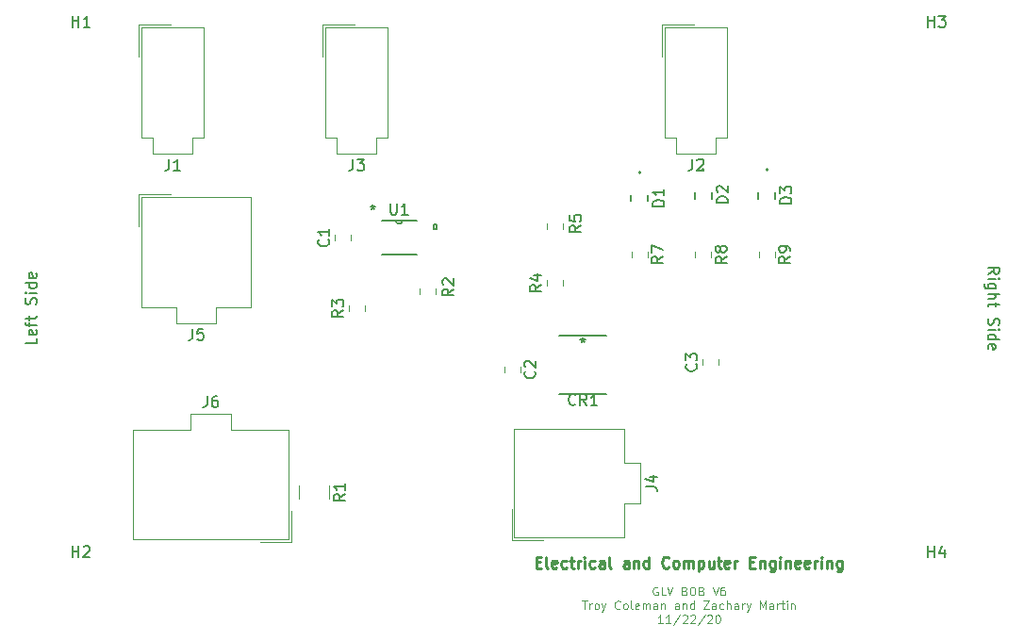
<source format=gbr>
%TF.GenerationSoftware,KiCad,Pcbnew,(5.1.6)-1*%
%TF.CreationDate,2021-01-11T16:43:41-05:00*%
%TF.ProjectId,GLV_BOBV6,474c565f-424f-4425-9636-2e6b69636164,rev?*%
%TF.SameCoordinates,Original*%
%TF.FileFunction,Legend,Top*%
%TF.FilePolarity,Positive*%
%FSLAX46Y46*%
G04 Gerber Fmt 4.6, Leading zero omitted, Abs format (unit mm)*
G04 Created by KiCad (PCBNEW (5.1.6)-1) date 2021-01-11 16:43:41*
%MOMM*%
%LPD*%
G01*
G04 APERTURE LIST*
%ADD10C,0.150000*%
%ADD11C,0.125000*%
%ADD12C,0.250000*%
%ADD13C,0.120000*%
%ADD14C,0.152400*%
G04 APERTURE END LIST*
D10*
X205287619Y-41354761D02*
X205763809Y-41021428D01*
X205287619Y-40783333D02*
X206287619Y-40783333D01*
X206287619Y-41164285D01*
X206240000Y-41259523D01*
X206192380Y-41307142D01*
X206097142Y-41354761D01*
X205954285Y-41354761D01*
X205859047Y-41307142D01*
X205811428Y-41259523D01*
X205763809Y-41164285D01*
X205763809Y-40783333D01*
X205287619Y-41783333D02*
X205954285Y-41783333D01*
X206287619Y-41783333D02*
X206240000Y-41735714D01*
X206192380Y-41783333D01*
X206240000Y-41830952D01*
X206287619Y-41783333D01*
X206192380Y-41783333D01*
X205954285Y-42688095D02*
X205144761Y-42688095D01*
X205049523Y-42640476D01*
X205001904Y-42592857D01*
X204954285Y-42497619D01*
X204954285Y-42354761D01*
X205001904Y-42259523D01*
X205335238Y-42688095D02*
X205287619Y-42592857D01*
X205287619Y-42402380D01*
X205335238Y-42307142D01*
X205382857Y-42259523D01*
X205478095Y-42211904D01*
X205763809Y-42211904D01*
X205859047Y-42259523D01*
X205906666Y-42307142D01*
X205954285Y-42402380D01*
X205954285Y-42592857D01*
X205906666Y-42688095D01*
X205287619Y-43164285D02*
X206287619Y-43164285D01*
X205287619Y-43592857D02*
X205811428Y-43592857D01*
X205906666Y-43545238D01*
X205954285Y-43450000D01*
X205954285Y-43307142D01*
X205906666Y-43211904D01*
X205859047Y-43164285D01*
X205954285Y-43926190D02*
X205954285Y-44307142D01*
X206287619Y-44069047D02*
X205430476Y-44069047D01*
X205335238Y-44116666D01*
X205287619Y-44211904D01*
X205287619Y-44307142D01*
X205335238Y-45354761D02*
X205287619Y-45497619D01*
X205287619Y-45735714D01*
X205335238Y-45830952D01*
X205382857Y-45878571D01*
X205478095Y-45926190D01*
X205573333Y-45926190D01*
X205668571Y-45878571D01*
X205716190Y-45830952D01*
X205763809Y-45735714D01*
X205811428Y-45545238D01*
X205859047Y-45450000D01*
X205906666Y-45402380D01*
X206001904Y-45354761D01*
X206097142Y-45354761D01*
X206192380Y-45402380D01*
X206240000Y-45450000D01*
X206287619Y-45545238D01*
X206287619Y-45783333D01*
X206240000Y-45926190D01*
X205287619Y-46354761D02*
X205954285Y-46354761D01*
X206287619Y-46354761D02*
X206240000Y-46307142D01*
X206192380Y-46354761D01*
X206240000Y-46402380D01*
X206287619Y-46354761D01*
X206192380Y-46354761D01*
X205287619Y-47259523D02*
X206287619Y-47259523D01*
X205335238Y-47259523D02*
X205287619Y-47164285D01*
X205287619Y-46973809D01*
X205335238Y-46878571D01*
X205382857Y-46830952D01*
X205478095Y-46783333D01*
X205763809Y-46783333D01*
X205859047Y-46830952D01*
X205906666Y-46878571D01*
X205954285Y-46973809D01*
X205954285Y-47164285D01*
X205906666Y-47259523D01*
X205335238Y-48116666D02*
X205287619Y-48021428D01*
X205287619Y-47830952D01*
X205335238Y-47735714D01*
X205430476Y-47688095D01*
X205811428Y-47688095D01*
X205906666Y-47735714D01*
X205954285Y-47830952D01*
X205954285Y-48021428D01*
X205906666Y-48116666D01*
X205811428Y-48164285D01*
X205716190Y-48164285D01*
X205620952Y-47688095D01*
X119832380Y-47116666D02*
X119832380Y-47592857D01*
X118832380Y-47592857D01*
X119784761Y-46402380D02*
X119832380Y-46497619D01*
X119832380Y-46688095D01*
X119784761Y-46783333D01*
X119689523Y-46830952D01*
X119308571Y-46830952D01*
X119213333Y-46783333D01*
X119165714Y-46688095D01*
X119165714Y-46497619D01*
X119213333Y-46402380D01*
X119308571Y-46354761D01*
X119403809Y-46354761D01*
X119499047Y-46830952D01*
X119165714Y-46069047D02*
X119165714Y-45688095D01*
X119832380Y-45926190D02*
X118975238Y-45926190D01*
X118880000Y-45878571D01*
X118832380Y-45783333D01*
X118832380Y-45688095D01*
X119165714Y-45497619D02*
X119165714Y-45116666D01*
X118832380Y-45354761D02*
X119689523Y-45354761D01*
X119784761Y-45307142D01*
X119832380Y-45211904D01*
X119832380Y-45116666D01*
X119784761Y-44069047D02*
X119832380Y-43926190D01*
X119832380Y-43688095D01*
X119784761Y-43592857D01*
X119737142Y-43545238D01*
X119641904Y-43497619D01*
X119546666Y-43497619D01*
X119451428Y-43545238D01*
X119403809Y-43592857D01*
X119356190Y-43688095D01*
X119308571Y-43878571D01*
X119260952Y-43973809D01*
X119213333Y-44021428D01*
X119118095Y-44069047D01*
X119022857Y-44069047D01*
X118927619Y-44021428D01*
X118880000Y-43973809D01*
X118832380Y-43878571D01*
X118832380Y-43640476D01*
X118880000Y-43497619D01*
X119832380Y-43069047D02*
X119165714Y-43069047D01*
X118832380Y-43069047D02*
X118880000Y-43116666D01*
X118927619Y-43069047D01*
X118880000Y-43021428D01*
X118832380Y-43069047D01*
X118927619Y-43069047D01*
X119832380Y-42164285D02*
X118832380Y-42164285D01*
X119784761Y-42164285D02*
X119832380Y-42259523D01*
X119832380Y-42450000D01*
X119784761Y-42545238D01*
X119737142Y-42592857D01*
X119641904Y-42640476D01*
X119356190Y-42640476D01*
X119260952Y-42592857D01*
X119213333Y-42545238D01*
X119165714Y-42450000D01*
X119165714Y-42259523D01*
X119213333Y-42164285D01*
X119784761Y-41307142D02*
X119832380Y-41402380D01*
X119832380Y-41592857D01*
X119784761Y-41688095D01*
X119689523Y-41735714D01*
X119308571Y-41735714D01*
X119213333Y-41688095D01*
X119165714Y-41592857D01*
X119165714Y-41402380D01*
X119213333Y-41307142D01*
X119308571Y-41259523D01*
X119403809Y-41259523D01*
X119499047Y-41735714D01*
D11*
X175613571Y-69495000D02*
X175542142Y-69459285D01*
X175435000Y-69459285D01*
X175327857Y-69495000D01*
X175256428Y-69566428D01*
X175220714Y-69637857D01*
X175185000Y-69780714D01*
X175185000Y-69887857D01*
X175220714Y-70030714D01*
X175256428Y-70102142D01*
X175327857Y-70173571D01*
X175435000Y-70209285D01*
X175506428Y-70209285D01*
X175613571Y-70173571D01*
X175649285Y-70137857D01*
X175649285Y-69887857D01*
X175506428Y-69887857D01*
X176327857Y-70209285D02*
X175970714Y-70209285D01*
X175970714Y-69459285D01*
X176470714Y-69459285D02*
X176720714Y-70209285D01*
X176970714Y-69459285D01*
X178042142Y-69816428D02*
X178149285Y-69852142D01*
X178185000Y-69887857D01*
X178220714Y-69959285D01*
X178220714Y-70066428D01*
X178185000Y-70137857D01*
X178149285Y-70173571D01*
X178077857Y-70209285D01*
X177792142Y-70209285D01*
X177792142Y-69459285D01*
X178042142Y-69459285D01*
X178113571Y-69495000D01*
X178149285Y-69530714D01*
X178185000Y-69602142D01*
X178185000Y-69673571D01*
X178149285Y-69745000D01*
X178113571Y-69780714D01*
X178042142Y-69816428D01*
X177792142Y-69816428D01*
X178685000Y-69459285D02*
X178827857Y-69459285D01*
X178899285Y-69495000D01*
X178970714Y-69566428D01*
X179006428Y-69709285D01*
X179006428Y-69959285D01*
X178970714Y-70102142D01*
X178899285Y-70173571D01*
X178827857Y-70209285D01*
X178685000Y-70209285D01*
X178613571Y-70173571D01*
X178542142Y-70102142D01*
X178506428Y-69959285D01*
X178506428Y-69709285D01*
X178542142Y-69566428D01*
X178613571Y-69495000D01*
X178685000Y-69459285D01*
X179577857Y-69816428D02*
X179685000Y-69852142D01*
X179720714Y-69887857D01*
X179756428Y-69959285D01*
X179756428Y-70066428D01*
X179720714Y-70137857D01*
X179685000Y-70173571D01*
X179613571Y-70209285D01*
X179327857Y-70209285D01*
X179327857Y-69459285D01*
X179577857Y-69459285D01*
X179649285Y-69495000D01*
X179685000Y-69530714D01*
X179720714Y-69602142D01*
X179720714Y-69673571D01*
X179685000Y-69745000D01*
X179649285Y-69780714D01*
X179577857Y-69816428D01*
X179327857Y-69816428D01*
X180542142Y-69459285D02*
X180792142Y-70209285D01*
X181042142Y-69459285D01*
X181613571Y-69459285D02*
X181470714Y-69459285D01*
X181399285Y-69495000D01*
X181363571Y-69530714D01*
X181292142Y-69637857D01*
X181256428Y-69780714D01*
X181256428Y-70066428D01*
X181292142Y-70137857D01*
X181327857Y-70173571D01*
X181399285Y-70209285D01*
X181542142Y-70209285D01*
X181613571Y-70173571D01*
X181649285Y-70137857D01*
X181685000Y-70066428D01*
X181685000Y-69887857D01*
X181649285Y-69816428D01*
X181613571Y-69780714D01*
X181542142Y-69745000D01*
X181399285Y-69745000D01*
X181327857Y-69780714D01*
X181292142Y-69816428D01*
X181256428Y-69887857D01*
X168845714Y-70709285D02*
X169274285Y-70709285D01*
X169060000Y-71459285D02*
X169060000Y-70709285D01*
X169524285Y-71459285D02*
X169524285Y-70959285D01*
X169524285Y-71102142D02*
X169560000Y-71030714D01*
X169595714Y-70995000D01*
X169667142Y-70959285D01*
X169738571Y-70959285D01*
X170095714Y-71459285D02*
X170024285Y-71423571D01*
X169988571Y-71387857D01*
X169952857Y-71316428D01*
X169952857Y-71102142D01*
X169988571Y-71030714D01*
X170024285Y-70995000D01*
X170095714Y-70959285D01*
X170202857Y-70959285D01*
X170274285Y-70995000D01*
X170310000Y-71030714D01*
X170345714Y-71102142D01*
X170345714Y-71316428D01*
X170310000Y-71387857D01*
X170274285Y-71423571D01*
X170202857Y-71459285D01*
X170095714Y-71459285D01*
X170595714Y-70959285D02*
X170774285Y-71459285D01*
X170952857Y-70959285D02*
X170774285Y-71459285D01*
X170702857Y-71637857D01*
X170667142Y-71673571D01*
X170595714Y-71709285D01*
X172238571Y-71387857D02*
X172202857Y-71423571D01*
X172095714Y-71459285D01*
X172024285Y-71459285D01*
X171917142Y-71423571D01*
X171845714Y-71352142D01*
X171810000Y-71280714D01*
X171774285Y-71137857D01*
X171774285Y-71030714D01*
X171810000Y-70887857D01*
X171845714Y-70816428D01*
X171917142Y-70745000D01*
X172024285Y-70709285D01*
X172095714Y-70709285D01*
X172202857Y-70745000D01*
X172238571Y-70780714D01*
X172667142Y-71459285D02*
X172595714Y-71423571D01*
X172560000Y-71387857D01*
X172524285Y-71316428D01*
X172524285Y-71102142D01*
X172560000Y-71030714D01*
X172595714Y-70995000D01*
X172667142Y-70959285D01*
X172774285Y-70959285D01*
X172845714Y-70995000D01*
X172881428Y-71030714D01*
X172917142Y-71102142D01*
X172917142Y-71316428D01*
X172881428Y-71387857D01*
X172845714Y-71423571D01*
X172774285Y-71459285D01*
X172667142Y-71459285D01*
X173345714Y-71459285D02*
X173274285Y-71423571D01*
X173238571Y-71352142D01*
X173238571Y-70709285D01*
X173917142Y-71423571D02*
X173845714Y-71459285D01*
X173702857Y-71459285D01*
X173631428Y-71423571D01*
X173595714Y-71352142D01*
X173595714Y-71066428D01*
X173631428Y-70995000D01*
X173702857Y-70959285D01*
X173845714Y-70959285D01*
X173917142Y-70995000D01*
X173952857Y-71066428D01*
X173952857Y-71137857D01*
X173595714Y-71209285D01*
X174274285Y-71459285D02*
X174274285Y-70959285D01*
X174274285Y-71030714D02*
X174310000Y-70995000D01*
X174381428Y-70959285D01*
X174488571Y-70959285D01*
X174560000Y-70995000D01*
X174595714Y-71066428D01*
X174595714Y-71459285D01*
X174595714Y-71066428D02*
X174631428Y-70995000D01*
X174702857Y-70959285D01*
X174810000Y-70959285D01*
X174881428Y-70995000D01*
X174917142Y-71066428D01*
X174917142Y-71459285D01*
X175595714Y-71459285D02*
X175595714Y-71066428D01*
X175560000Y-70995000D01*
X175488571Y-70959285D01*
X175345714Y-70959285D01*
X175274285Y-70995000D01*
X175595714Y-71423571D02*
X175524285Y-71459285D01*
X175345714Y-71459285D01*
X175274285Y-71423571D01*
X175238571Y-71352142D01*
X175238571Y-71280714D01*
X175274285Y-71209285D01*
X175345714Y-71173571D01*
X175524285Y-71173571D01*
X175595714Y-71137857D01*
X175952857Y-70959285D02*
X175952857Y-71459285D01*
X175952857Y-71030714D02*
X175988571Y-70995000D01*
X176060000Y-70959285D01*
X176167142Y-70959285D01*
X176238571Y-70995000D01*
X176274285Y-71066428D01*
X176274285Y-71459285D01*
X177524285Y-71459285D02*
X177524285Y-71066428D01*
X177488571Y-70995000D01*
X177417142Y-70959285D01*
X177274285Y-70959285D01*
X177202857Y-70995000D01*
X177524285Y-71423571D02*
X177452857Y-71459285D01*
X177274285Y-71459285D01*
X177202857Y-71423571D01*
X177167142Y-71352142D01*
X177167142Y-71280714D01*
X177202857Y-71209285D01*
X177274285Y-71173571D01*
X177452857Y-71173571D01*
X177524285Y-71137857D01*
X177881428Y-70959285D02*
X177881428Y-71459285D01*
X177881428Y-71030714D02*
X177917142Y-70995000D01*
X177988571Y-70959285D01*
X178095714Y-70959285D01*
X178167142Y-70995000D01*
X178202857Y-71066428D01*
X178202857Y-71459285D01*
X178881428Y-71459285D02*
X178881428Y-70709285D01*
X178881428Y-71423571D02*
X178810000Y-71459285D01*
X178667142Y-71459285D01*
X178595714Y-71423571D01*
X178560000Y-71387857D01*
X178524285Y-71316428D01*
X178524285Y-71102142D01*
X178560000Y-71030714D01*
X178595714Y-70995000D01*
X178667142Y-70959285D01*
X178810000Y-70959285D01*
X178881428Y-70995000D01*
X179738571Y-70709285D02*
X180238571Y-70709285D01*
X179738571Y-71459285D01*
X180238571Y-71459285D01*
X180845714Y-71459285D02*
X180845714Y-71066428D01*
X180810000Y-70995000D01*
X180738571Y-70959285D01*
X180595714Y-70959285D01*
X180524285Y-70995000D01*
X180845714Y-71423571D02*
X180774285Y-71459285D01*
X180595714Y-71459285D01*
X180524285Y-71423571D01*
X180488571Y-71352142D01*
X180488571Y-71280714D01*
X180524285Y-71209285D01*
X180595714Y-71173571D01*
X180774285Y-71173571D01*
X180845714Y-71137857D01*
X181524285Y-71423571D02*
X181452857Y-71459285D01*
X181310000Y-71459285D01*
X181238571Y-71423571D01*
X181202857Y-71387857D01*
X181167142Y-71316428D01*
X181167142Y-71102142D01*
X181202857Y-71030714D01*
X181238571Y-70995000D01*
X181310000Y-70959285D01*
X181452857Y-70959285D01*
X181524285Y-70995000D01*
X181845714Y-71459285D02*
X181845714Y-70709285D01*
X182167142Y-71459285D02*
X182167142Y-71066428D01*
X182131428Y-70995000D01*
X182060000Y-70959285D01*
X181952857Y-70959285D01*
X181881428Y-70995000D01*
X181845714Y-71030714D01*
X182845714Y-71459285D02*
X182845714Y-71066428D01*
X182810000Y-70995000D01*
X182738571Y-70959285D01*
X182595714Y-70959285D01*
X182524285Y-70995000D01*
X182845714Y-71423571D02*
X182774285Y-71459285D01*
X182595714Y-71459285D01*
X182524285Y-71423571D01*
X182488571Y-71352142D01*
X182488571Y-71280714D01*
X182524285Y-71209285D01*
X182595714Y-71173571D01*
X182774285Y-71173571D01*
X182845714Y-71137857D01*
X183202857Y-71459285D02*
X183202857Y-70959285D01*
X183202857Y-71102142D02*
X183238571Y-71030714D01*
X183274285Y-70995000D01*
X183345714Y-70959285D01*
X183417142Y-70959285D01*
X183595714Y-70959285D02*
X183774285Y-71459285D01*
X183952857Y-70959285D02*
X183774285Y-71459285D01*
X183702857Y-71637857D01*
X183667142Y-71673571D01*
X183595714Y-71709285D01*
X184810000Y-71459285D02*
X184810000Y-70709285D01*
X185060000Y-71245000D01*
X185310000Y-70709285D01*
X185310000Y-71459285D01*
X185988571Y-71459285D02*
X185988571Y-71066428D01*
X185952857Y-70995000D01*
X185881428Y-70959285D01*
X185738571Y-70959285D01*
X185667142Y-70995000D01*
X185988571Y-71423571D02*
X185917142Y-71459285D01*
X185738571Y-71459285D01*
X185667142Y-71423571D01*
X185631428Y-71352142D01*
X185631428Y-71280714D01*
X185667142Y-71209285D01*
X185738571Y-71173571D01*
X185917142Y-71173571D01*
X185988571Y-71137857D01*
X186345714Y-71459285D02*
X186345714Y-70959285D01*
X186345714Y-71102142D02*
X186381428Y-71030714D01*
X186417142Y-70995000D01*
X186488571Y-70959285D01*
X186560000Y-70959285D01*
X186702857Y-70959285D02*
X186988571Y-70959285D01*
X186810000Y-70709285D02*
X186810000Y-71352142D01*
X186845714Y-71423571D01*
X186917142Y-71459285D01*
X186988571Y-71459285D01*
X187238571Y-71459285D02*
X187238571Y-70959285D01*
X187238571Y-70709285D02*
X187202857Y-70745000D01*
X187238571Y-70780714D01*
X187274285Y-70745000D01*
X187238571Y-70709285D01*
X187238571Y-70780714D01*
X187595714Y-70959285D02*
X187595714Y-71459285D01*
X187595714Y-71030714D02*
X187631428Y-70995000D01*
X187702857Y-70959285D01*
X187810000Y-70959285D01*
X187881428Y-70995000D01*
X187917142Y-71066428D01*
X187917142Y-71459285D01*
X176077857Y-72709285D02*
X175649285Y-72709285D01*
X175863571Y-72709285D02*
X175863571Y-71959285D01*
X175792142Y-72066428D01*
X175720714Y-72137857D01*
X175649285Y-72173571D01*
X176792142Y-72709285D02*
X176363571Y-72709285D01*
X176577857Y-72709285D02*
X176577857Y-71959285D01*
X176506428Y-72066428D01*
X176435000Y-72137857D01*
X176363571Y-72173571D01*
X177649285Y-71923571D02*
X177006428Y-72887857D01*
X177863571Y-72030714D02*
X177899285Y-71995000D01*
X177970714Y-71959285D01*
X178149285Y-71959285D01*
X178220714Y-71995000D01*
X178256428Y-72030714D01*
X178292142Y-72102142D01*
X178292142Y-72173571D01*
X178256428Y-72280714D01*
X177827857Y-72709285D01*
X178292142Y-72709285D01*
X178577857Y-72030714D02*
X178613571Y-71995000D01*
X178685000Y-71959285D01*
X178863571Y-71959285D01*
X178935000Y-71995000D01*
X178970714Y-72030714D01*
X179006428Y-72102142D01*
X179006428Y-72173571D01*
X178970714Y-72280714D01*
X178542142Y-72709285D01*
X179006428Y-72709285D01*
X179863571Y-71923571D02*
X179220714Y-72887857D01*
X180077857Y-72030714D02*
X180113571Y-71995000D01*
X180185000Y-71959285D01*
X180363571Y-71959285D01*
X180435000Y-71995000D01*
X180470714Y-72030714D01*
X180506428Y-72102142D01*
X180506428Y-72173571D01*
X180470714Y-72280714D01*
X180042142Y-72709285D01*
X180506428Y-72709285D01*
X180970714Y-71959285D02*
X181042142Y-71959285D01*
X181113571Y-71995000D01*
X181149285Y-72030714D01*
X181185000Y-72102142D01*
X181220714Y-72245000D01*
X181220714Y-72423571D01*
X181185000Y-72566428D01*
X181149285Y-72637857D01*
X181113571Y-72673571D01*
X181042142Y-72709285D01*
X180970714Y-72709285D01*
X180899285Y-72673571D01*
X180863571Y-72637857D01*
X180827857Y-72566428D01*
X180792142Y-72423571D01*
X180792142Y-72245000D01*
X180827857Y-72102142D01*
X180863571Y-72030714D01*
X180899285Y-71995000D01*
X180970714Y-71959285D01*
D12*
X164720714Y-67238571D02*
X165054047Y-67238571D01*
X165196904Y-67762380D02*
X164720714Y-67762380D01*
X164720714Y-66762380D01*
X165196904Y-66762380D01*
X165768333Y-67762380D02*
X165673095Y-67714761D01*
X165625476Y-67619523D01*
X165625476Y-66762380D01*
X166530238Y-67714761D02*
X166435000Y-67762380D01*
X166244523Y-67762380D01*
X166149285Y-67714761D01*
X166101666Y-67619523D01*
X166101666Y-67238571D01*
X166149285Y-67143333D01*
X166244523Y-67095714D01*
X166435000Y-67095714D01*
X166530238Y-67143333D01*
X166577857Y-67238571D01*
X166577857Y-67333809D01*
X166101666Y-67429047D01*
X167435000Y-67714761D02*
X167339761Y-67762380D01*
X167149285Y-67762380D01*
X167054047Y-67714761D01*
X167006428Y-67667142D01*
X166958809Y-67571904D01*
X166958809Y-67286190D01*
X167006428Y-67190952D01*
X167054047Y-67143333D01*
X167149285Y-67095714D01*
X167339761Y-67095714D01*
X167435000Y-67143333D01*
X167720714Y-67095714D02*
X168101666Y-67095714D01*
X167863571Y-66762380D02*
X167863571Y-67619523D01*
X167911190Y-67714761D01*
X168006428Y-67762380D01*
X168101666Y-67762380D01*
X168435000Y-67762380D02*
X168435000Y-67095714D01*
X168435000Y-67286190D02*
X168482619Y-67190952D01*
X168530238Y-67143333D01*
X168625476Y-67095714D01*
X168720714Y-67095714D01*
X169054047Y-67762380D02*
X169054047Y-67095714D01*
X169054047Y-66762380D02*
X169006428Y-66810000D01*
X169054047Y-66857619D01*
X169101666Y-66810000D01*
X169054047Y-66762380D01*
X169054047Y-66857619D01*
X169958809Y-67714761D02*
X169863571Y-67762380D01*
X169673095Y-67762380D01*
X169577857Y-67714761D01*
X169530238Y-67667142D01*
X169482619Y-67571904D01*
X169482619Y-67286190D01*
X169530238Y-67190952D01*
X169577857Y-67143333D01*
X169673095Y-67095714D01*
X169863571Y-67095714D01*
X169958809Y-67143333D01*
X170815952Y-67762380D02*
X170815952Y-67238571D01*
X170768333Y-67143333D01*
X170673095Y-67095714D01*
X170482619Y-67095714D01*
X170387380Y-67143333D01*
X170815952Y-67714761D02*
X170720714Y-67762380D01*
X170482619Y-67762380D01*
X170387380Y-67714761D01*
X170339761Y-67619523D01*
X170339761Y-67524285D01*
X170387380Y-67429047D01*
X170482619Y-67381428D01*
X170720714Y-67381428D01*
X170815952Y-67333809D01*
X171435000Y-67762380D02*
X171339761Y-67714761D01*
X171292142Y-67619523D01*
X171292142Y-66762380D01*
X173006428Y-67762380D02*
X173006428Y-67238571D01*
X172958809Y-67143333D01*
X172863571Y-67095714D01*
X172673095Y-67095714D01*
X172577857Y-67143333D01*
X173006428Y-67714761D02*
X172911190Y-67762380D01*
X172673095Y-67762380D01*
X172577857Y-67714761D01*
X172530238Y-67619523D01*
X172530238Y-67524285D01*
X172577857Y-67429047D01*
X172673095Y-67381428D01*
X172911190Y-67381428D01*
X173006428Y-67333809D01*
X173482619Y-67095714D02*
X173482619Y-67762380D01*
X173482619Y-67190952D02*
X173530238Y-67143333D01*
X173625476Y-67095714D01*
X173768333Y-67095714D01*
X173863571Y-67143333D01*
X173911190Y-67238571D01*
X173911190Y-67762380D01*
X174815952Y-67762380D02*
X174815952Y-66762380D01*
X174815952Y-67714761D02*
X174720714Y-67762380D01*
X174530238Y-67762380D01*
X174435000Y-67714761D01*
X174387380Y-67667142D01*
X174339761Y-67571904D01*
X174339761Y-67286190D01*
X174387380Y-67190952D01*
X174435000Y-67143333D01*
X174530238Y-67095714D01*
X174720714Y-67095714D01*
X174815952Y-67143333D01*
X176625476Y-67667142D02*
X176577857Y-67714761D01*
X176435000Y-67762380D01*
X176339761Y-67762380D01*
X176196904Y-67714761D01*
X176101666Y-67619523D01*
X176054047Y-67524285D01*
X176006428Y-67333809D01*
X176006428Y-67190952D01*
X176054047Y-67000476D01*
X176101666Y-66905238D01*
X176196904Y-66810000D01*
X176339761Y-66762380D01*
X176435000Y-66762380D01*
X176577857Y-66810000D01*
X176625476Y-66857619D01*
X177196904Y-67762380D02*
X177101666Y-67714761D01*
X177054047Y-67667142D01*
X177006428Y-67571904D01*
X177006428Y-67286190D01*
X177054047Y-67190952D01*
X177101666Y-67143333D01*
X177196904Y-67095714D01*
X177339761Y-67095714D01*
X177435000Y-67143333D01*
X177482619Y-67190952D01*
X177530238Y-67286190D01*
X177530238Y-67571904D01*
X177482619Y-67667142D01*
X177435000Y-67714761D01*
X177339761Y-67762380D01*
X177196904Y-67762380D01*
X177958809Y-67762380D02*
X177958809Y-67095714D01*
X177958809Y-67190952D02*
X178006428Y-67143333D01*
X178101666Y-67095714D01*
X178244523Y-67095714D01*
X178339761Y-67143333D01*
X178387380Y-67238571D01*
X178387380Y-67762380D01*
X178387380Y-67238571D02*
X178435000Y-67143333D01*
X178530238Y-67095714D01*
X178673095Y-67095714D01*
X178768333Y-67143333D01*
X178815952Y-67238571D01*
X178815952Y-67762380D01*
X179292142Y-67095714D02*
X179292142Y-68095714D01*
X179292142Y-67143333D02*
X179387380Y-67095714D01*
X179577857Y-67095714D01*
X179673095Y-67143333D01*
X179720714Y-67190952D01*
X179768333Y-67286190D01*
X179768333Y-67571904D01*
X179720714Y-67667142D01*
X179673095Y-67714761D01*
X179577857Y-67762380D01*
X179387380Y-67762380D01*
X179292142Y-67714761D01*
X180625476Y-67095714D02*
X180625476Y-67762380D01*
X180196904Y-67095714D02*
X180196904Y-67619523D01*
X180244523Y-67714761D01*
X180339761Y-67762380D01*
X180482619Y-67762380D01*
X180577857Y-67714761D01*
X180625476Y-67667142D01*
X180958809Y-67095714D02*
X181339761Y-67095714D01*
X181101666Y-66762380D02*
X181101666Y-67619523D01*
X181149285Y-67714761D01*
X181244523Y-67762380D01*
X181339761Y-67762380D01*
X182054047Y-67714761D02*
X181958809Y-67762380D01*
X181768333Y-67762380D01*
X181673095Y-67714761D01*
X181625476Y-67619523D01*
X181625476Y-67238571D01*
X181673095Y-67143333D01*
X181768333Y-67095714D01*
X181958809Y-67095714D01*
X182054047Y-67143333D01*
X182101666Y-67238571D01*
X182101666Y-67333809D01*
X181625476Y-67429047D01*
X182530238Y-67762380D02*
X182530238Y-67095714D01*
X182530238Y-67286190D02*
X182577857Y-67190952D01*
X182625476Y-67143333D01*
X182720714Y-67095714D01*
X182815952Y-67095714D01*
X183911190Y-67238571D02*
X184244523Y-67238571D01*
X184387380Y-67762380D02*
X183911190Y-67762380D01*
X183911190Y-66762380D01*
X184387380Y-66762380D01*
X184815952Y-67095714D02*
X184815952Y-67762380D01*
X184815952Y-67190952D02*
X184863571Y-67143333D01*
X184958809Y-67095714D01*
X185101666Y-67095714D01*
X185196904Y-67143333D01*
X185244523Y-67238571D01*
X185244523Y-67762380D01*
X186149285Y-67095714D02*
X186149285Y-67905238D01*
X186101666Y-68000476D01*
X186054047Y-68048095D01*
X185958809Y-68095714D01*
X185815952Y-68095714D01*
X185720714Y-68048095D01*
X186149285Y-67714761D02*
X186054047Y-67762380D01*
X185863571Y-67762380D01*
X185768333Y-67714761D01*
X185720714Y-67667142D01*
X185673095Y-67571904D01*
X185673095Y-67286190D01*
X185720714Y-67190952D01*
X185768333Y-67143333D01*
X185863571Y-67095714D01*
X186054047Y-67095714D01*
X186149285Y-67143333D01*
X186625476Y-67762380D02*
X186625476Y-67095714D01*
X186625476Y-66762380D02*
X186577857Y-66810000D01*
X186625476Y-66857619D01*
X186673095Y-66810000D01*
X186625476Y-66762380D01*
X186625476Y-66857619D01*
X187101666Y-67095714D02*
X187101666Y-67762380D01*
X187101666Y-67190952D02*
X187149285Y-67143333D01*
X187244523Y-67095714D01*
X187387380Y-67095714D01*
X187482619Y-67143333D01*
X187530238Y-67238571D01*
X187530238Y-67762380D01*
X188387380Y-67714761D02*
X188292142Y-67762380D01*
X188101666Y-67762380D01*
X188006428Y-67714761D01*
X187958809Y-67619523D01*
X187958809Y-67238571D01*
X188006428Y-67143333D01*
X188101666Y-67095714D01*
X188292142Y-67095714D01*
X188387380Y-67143333D01*
X188435000Y-67238571D01*
X188435000Y-67333809D01*
X187958809Y-67429047D01*
X189244523Y-67714761D02*
X189149285Y-67762380D01*
X188958809Y-67762380D01*
X188863571Y-67714761D01*
X188815952Y-67619523D01*
X188815952Y-67238571D01*
X188863571Y-67143333D01*
X188958809Y-67095714D01*
X189149285Y-67095714D01*
X189244523Y-67143333D01*
X189292142Y-67238571D01*
X189292142Y-67333809D01*
X188815952Y-67429047D01*
X189720714Y-67762380D02*
X189720714Y-67095714D01*
X189720714Y-67286190D02*
X189768333Y-67190952D01*
X189815952Y-67143333D01*
X189911190Y-67095714D01*
X190006428Y-67095714D01*
X190339761Y-67762380D02*
X190339761Y-67095714D01*
X190339761Y-66762380D02*
X190292142Y-66810000D01*
X190339761Y-66857619D01*
X190387380Y-66810000D01*
X190339761Y-66762380D01*
X190339761Y-66857619D01*
X190815952Y-67095714D02*
X190815952Y-67762380D01*
X190815952Y-67190952D02*
X190863571Y-67143333D01*
X190958809Y-67095714D01*
X191101666Y-67095714D01*
X191196904Y-67143333D01*
X191244523Y-67238571D01*
X191244523Y-67762380D01*
X192149285Y-67095714D02*
X192149285Y-67905238D01*
X192101666Y-68000476D01*
X192054047Y-68048095D01*
X191958809Y-68095714D01*
X191815952Y-68095714D01*
X191720714Y-68048095D01*
X192149285Y-67714761D02*
X192054047Y-67762380D01*
X191863571Y-67762380D01*
X191768333Y-67714761D01*
X191720714Y-67667142D01*
X191673095Y-67571904D01*
X191673095Y-67286190D01*
X191720714Y-67190952D01*
X191768333Y-67143333D01*
X191863571Y-67095714D01*
X192054047Y-67095714D01*
X192149285Y-67143333D01*
D13*
%TO.C,R3*%
X149300000Y-44711252D02*
X149300000Y-44188748D01*
X147880000Y-44711252D02*
X147880000Y-44188748D01*
%TO.C,R2*%
X154230000Y-43196252D02*
X154230000Y-42673748D01*
X155650000Y-43196252D02*
X155650000Y-42673748D01*
%TO.C,C1*%
X148030000Y-38361252D02*
X148030000Y-37838748D01*
X146610000Y-38361252D02*
X146610000Y-37838748D01*
%TO.C,C2*%
X163270000Y-49658748D02*
X163270000Y-50181252D01*
X161850000Y-49658748D02*
X161850000Y-50181252D01*
%TO.C,C3*%
X181050000Y-49546252D02*
X181050000Y-49023748D01*
X179630000Y-49546252D02*
X179630000Y-49023748D01*
D14*
%TO.C,CR1*%
X171043600Y-46901100D02*
X166776400Y-46901100D01*
X166776400Y-52158900D02*
X171043600Y-52158900D01*
%TO.C,D1*%
X174066200Y-32232600D02*
G75*
G03*
X174066200Y-32232600I-76200J0D01*
G01*
X174739300Y-34820650D02*
X174739300Y-34241950D01*
X173240700Y-34241950D02*
X173240700Y-34820650D01*
%TO.C,D2*%
X178955700Y-34000650D02*
X178955700Y-34579350D01*
X180454300Y-34579350D02*
X180454300Y-34000650D01*
X179781200Y-31991300D02*
G75*
G03*
X179781200Y-31991300I-76200J0D01*
G01*
%TO.C,D3*%
X185496200Y-31991300D02*
G75*
G03*
X185496200Y-31991300I-76200J0D01*
G01*
X186169300Y-34579350D02*
X186169300Y-34000650D01*
X184670700Y-34000650D02*
X184670700Y-34579350D01*
D13*
%TO.C,J1*%
X129030000Y-18990000D02*
X129030000Y-21840000D01*
X131880000Y-18990000D02*
X129030000Y-18990000D01*
X133880000Y-30540000D02*
X132080000Y-30540000D01*
X133880000Y-29140000D02*
X133880000Y-30540000D01*
X134880000Y-29140000D02*
X133880000Y-29140000D01*
X134880000Y-19240000D02*
X134880000Y-29140000D01*
X132080000Y-19240000D02*
X134880000Y-19240000D01*
X130280000Y-30540000D02*
X132080000Y-30540000D01*
X130280000Y-29140000D02*
X130280000Y-30540000D01*
X129280000Y-29140000D02*
X130280000Y-29140000D01*
X129280000Y-19240000D02*
X129280000Y-29140000D01*
X132080000Y-19240000D02*
X129280000Y-19240000D01*
%TO.C,J2*%
X176020000Y-18990000D02*
X176020000Y-21840000D01*
X178870000Y-18990000D02*
X176020000Y-18990000D01*
X180870000Y-30540000D02*
X179070000Y-30540000D01*
X180870000Y-29140000D02*
X180870000Y-30540000D01*
X181870000Y-29140000D02*
X180870000Y-29140000D01*
X181870000Y-19240000D02*
X181870000Y-29140000D01*
X179070000Y-19240000D02*
X181870000Y-19240000D01*
X177270000Y-30540000D02*
X179070000Y-30540000D01*
X177270000Y-29140000D02*
X177270000Y-30540000D01*
X176270000Y-29140000D02*
X177270000Y-29140000D01*
X176270000Y-19240000D02*
X176270000Y-29140000D01*
X179070000Y-19240000D02*
X176270000Y-19240000D01*
%TO.C,J3*%
X148590000Y-19240000D02*
X145790000Y-19240000D01*
X145790000Y-19240000D02*
X145790000Y-29140000D01*
X145790000Y-29140000D02*
X146790000Y-29140000D01*
X146790000Y-29140000D02*
X146790000Y-30540000D01*
X146790000Y-30540000D02*
X148590000Y-30540000D01*
X148590000Y-19240000D02*
X151390000Y-19240000D01*
X151390000Y-19240000D02*
X151390000Y-29140000D01*
X151390000Y-29140000D02*
X150390000Y-29140000D01*
X150390000Y-29140000D02*
X150390000Y-30540000D01*
X150390000Y-30540000D02*
X148590000Y-30540000D01*
X148390000Y-18990000D02*
X145540000Y-18990000D01*
X145540000Y-18990000D02*
X145540000Y-21840000D01*
%TO.C,J4*%
X162750000Y-60130000D02*
X162750000Y-65030000D01*
X162750000Y-65030000D02*
X172650000Y-65030000D01*
X172650000Y-65030000D02*
X172650000Y-61930000D01*
X172650000Y-61930000D02*
X174050000Y-61930000D01*
X174050000Y-61930000D02*
X174050000Y-60130000D01*
X162750000Y-60130000D02*
X162750000Y-55230000D01*
X162750000Y-55230000D02*
X172650000Y-55230000D01*
X172650000Y-55230000D02*
X172650000Y-58330000D01*
X172650000Y-58330000D02*
X174050000Y-58330000D01*
X174050000Y-58330000D02*
X174050000Y-60130000D01*
X162500000Y-62430000D02*
X162500000Y-65280000D01*
X162500000Y-65280000D02*
X165350000Y-65280000D01*
%TO.C,J5*%
X129030000Y-34230000D02*
X129030000Y-37080000D01*
X131880000Y-34230000D02*
X129030000Y-34230000D01*
X135980000Y-45780000D02*
X134180000Y-45780000D01*
X135980000Y-44380000D02*
X135980000Y-45780000D01*
X139080000Y-44380000D02*
X135980000Y-44380000D01*
X139080000Y-34480000D02*
X139080000Y-44380000D01*
X134180000Y-34480000D02*
X139080000Y-34480000D01*
X132380000Y-45780000D02*
X134180000Y-45780000D01*
X132380000Y-44380000D02*
X132380000Y-45780000D01*
X129280000Y-44380000D02*
X132380000Y-44380000D01*
X129280000Y-34480000D02*
X129280000Y-44380000D01*
X134180000Y-34480000D02*
X129280000Y-34480000D01*
%TO.C,J6*%
X142750000Y-65465000D02*
X142750000Y-62615000D01*
X139900000Y-65465000D02*
X142750000Y-65465000D01*
X133700000Y-53915000D02*
X135500000Y-53915000D01*
X133700000Y-55315000D02*
X133700000Y-53915000D01*
X128500000Y-55315000D02*
X133700000Y-55315000D01*
X128500000Y-65215000D02*
X128500000Y-55315000D01*
X135500000Y-65215000D02*
X128500000Y-65215000D01*
X137300000Y-53915000D02*
X135500000Y-53915000D01*
X137300000Y-55315000D02*
X137300000Y-53915000D01*
X142500000Y-55315000D02*
X137300000Y-55315000D01*
X142500000Y-65215000D02*
X142500000Y-55315000D01*
X135500000Y-65215000D02*
X142500000Y-65215000D01*
%TO.C,R1*%
X143420000Y-60357936D02*
X143420000Y-61562064D01*
X146140000Y-60357936D02*
X146140000Y-61562064D01*
%TO.C,R4*%
X165660000Y-42416252D02*
X165660000Y-41893748D01*
X167080000Y-42416252D02*
X167080000Y-41893748D01*
%TO.C,R5*%
X167080000Y-37336252D02*
X167080000Y-36813748D01*
X165660000Y-37336252D02*
X165660000Y-36813748D01*
%TO.C,R7*%
X173280000Y-39353748D02*
X173280000Y-39876252D01*
X174700000Y-39353748D02*
X174700000Y-39876252D01*
%TO.C,R8*%
X178995000Y-39353748D02*
X178995000Y-39876252D01*
X180415000Y-39353748D02*
X180415000Y-39876252D01*
%TO.C,R9*%
X186130000Y-39353748D02*
X186130000Y-39876252D01*
X184710000Y-39353748D02*
X184710000Y-39876252D01*
D14*
%TO.C,U1*%
X155536900Y-36909499D02*
X155790900Y-36909499D01*
X155536900Y-37290499D02*
X155536900Y-36909499D01*
X155790900Y-37290499D02*
X155536900Y-37290499D01*
X155790900Y-36909499D02*
X155790900Y-37290499D01*
X153949400Y-36550600D02*
X150850600Y-36550600D01*
X150850600Y-39649400D02*
X153949400Y-39649400D01*
X152095200Y-36550600D02*
G75*
G03*
X152704800Y-36550600I304800J0D01*
G01*
%TO.C,R3*%
D10*
X147392380Y-44616666D02*
X146916190Y-44950000D01*
X147392380Y-45188095D02*
X146392380Y-45188095D01*
X146392380Y-44807142D01*
X146440000Y-44711904D01*
X146487619Y-44664285D01*
X146582857Y-44616666D01*
X146725714Y-44616666D01*
X146820952Y-44664285D01*
X146868571Y-44711904D01*
X146916190Y-44807142D01*
X146916190Y-45188095D01*
X146392380Y-44283333D02*
X146392380Y-43664285D01*
X146773333Y-43997619D01*
X146773333Y-43854761D01*
X146820952Y-43759523D01*
X146868571Y-43711904D01*
X146963809Y-43664285D01*
X147201904Y-43664285D01*
X147297142Y-43711904D01*
X147344761Y-43759523D01*
X147392380Y-43854761D01*
X147392380Y-44140476D01*
X147344761Y-44235714D01*
X147297142Y-44283333D01*
%TO.C,R2*%
X157297380Y-42711666D02*
X156821190Y-43045000D01*
X157297380Y-43283095D02*
X156297380Y-43283095D01*
X156297380Y-42902142D01*
X156345000Y-42806904D01*
X156392619Y-42759285D01*
X156487857Y-42711666D01*
X156630714Y-42711666D01*
X156725952Y-42759285D01*
X156773571Y-42806904D01*
X156821190Y-42902142D01*
X156821190Y-43283095D01*
X156392619Y-42330714D02*
X156345000Y-42283095D01*
X156297380Y-42187857D01*
X156297380Y-41949761D01*
X156345000Y-41854523D01*
X156392619Y-41806904D01*
X156487857Y-41759285D01*
X156583095Y-41759285D01*
X156725952Y-41806904D01*
X157297380Y-42378333D01*
X157297380Y-41759285D01*
%TO.C,C1*%
X146027142Y-38266666D02*
X146074761Y-38314285D01*
X146122380Y-38457142D01*
X146122380Y-38552380D01*
X146074761Y-38695238D01*
X145979523Y-38790476D01*
X145884285Y-38838095D01*
X145693809Y-38885714D01*
X145550952Y-38885714D01*
X145360476Y-38838095D01*
X145265238Y-38790476D01*
X145170000Y-38695238D01*
X145122380Y-38552380D01*
X145122380Y-38457142D01*
X145170000Y-38314285D01*
X145217619Y-38266666D01*
X146122380Y-37314285D02*
X146122380Y-37885714D01*
X146122380Y-37600000D02*
X145122380Y-37600000D01*
X145265238Y-37695238D01*
X145360476Y-37790476D01*
X145408095Y-37885714D01*
%TO.C,C2*%
X164567142Y-50086666D02*
X164614761Y-50134285D01*
X164662380Y-50277142D01*
X164662380Y-50372380D01*
X164614761Y-50515238D01*
X164519523Y-50610476D01*
X164424285Y-50658095D01*
X164233809Y-50705714D01*
X164090952Y-50705714D01*
X163900476Y-50658095D01*
X163805238Y-50610476D01*
X163710000Y-50515238D01*
X163662380Y-50372380D01*
X163662380Y-50277142D01*
X163710000Y-50134285D01*
X163757619Y-50086666D01*
X163757619Y-49705714D02*
X163710000Y-49658095D01*
X163662380Y-49562857D01*
X163662380Y-49324761D01*
X163710000Y-49229523D01*
X163757619Y-49181904D01*
X163852857Y-49134285D01*
X163948095Y-49134285D01*
X164090952Y-49181904D01*
X164662380Y-49753333D01*
X164662380Y-49134285D01*
%TO.C,C3*%
X179047142Y-49451666D02*
X179094761Y-49499285D01*
X179142380Y-49642142D01*
X179142380Y-49737380D01*
X179094761Y-49880238D01*
X178999523Y-49975476D01*
X178904285Y-50023095D01*
X178713809Y-50070714D01*
X178570952Y-50070714D01*
X178380476Y-50023095D01*
X178285238Y-49975476D01*
X178190000Y-49880238D01*
X178142380Y-49737380D01*
X178142380Y-49642142D01*
X178190000Y-49499285D01*
X178237619Y-49451666D01*
X178142380Y-49118333D02*
X178142380Y-48499285D01*
X178523333Y-48832619D01*
X178523333Y-48689761D01*
X178570952Y-48594523D01*
X178618571Y-48546904D01*
X178713809Y-48499285D01*
X178951904Y-48499285D01*
X179047142Y-48546904D01*
X179094761Y-48594523D01*
X179142380Y-48689761D01*
X179142380Y-48975476D01*
X179094761Y-49070714D01*
X179047142Y-49118333D01*
%TO.C,CR1*%
X168243333Y-53062142D02*
X168195714Y-53109761D01*
X168052857Y-53157380D01*
X167957619Y-53157380D01*
X167814761Y-53109761D01*
X167719523Y-53014523D01*
X167671904Y-52919285D01*
X167624285Y-52728809D01*
X167624285Y-52585952D01*
X167671904Y-52395476D01*
X167719523Y-52300238D01*
X167814761Y-52205000D01*
X167957619Y-52157380D01*
X168052857Y-52157380D01*
X168195714Y-52205000D01*
X168243333Y-52252619D01*
X169243333Y-53157380D02*
X168910000Y-52681190D01*
X168671904Y-53157380D02*
X168671904Y-52157380D01*
X169052857Y-52157380D01*
X169148095Y-52205000D01*
X169195714Y-52252619D01*
X169243333Y-52347857D01*
X169243333Y-52490714D01*
X169195714Y-52585952D01*
X169148095Y-52633571D01*
X169052857Y-52681190D01*
X168671904Y-52681190D01*
X170195714Y-53157380D02*
X169624285Y-53157380D01*
X169910000Y-53157380D02*
X169910000Y-52157380D01*
X169814761Y-52300238D01*
X169719523Y-52395476D01*
X169624285Y-52443095D01*
X168910000Y-47077380D02*
X168910000Y-47315476D01*
X168671904Y-47220238D02*
X168910000Y-47315476D01*
X169148095Y-47220238D01*
X168767142Y-47505952D02*
X168910000Y-47315476D01*
X169052857Y-47505952D01*
%TO.C,D1*%
X176194881Y-35269395D02*
X175194881Y-35269395D01*
X175194881Y-35031300D01*
X175242501Y-34888442D01*
X175337739Y-34793204D01*
X175432977Y-34745585D01*
X175623453Y-34697966D01*
X175766310Y-34697966D01*
X175956786Y-34745585D01*
X176052024Y-34793204D01*
X176147262Y-34888442D01*
X176194881Y-35031300D01*
X176194881Y-35269395D01*
X176194881Y-33745585D02*
X176194881Y-34317014D01*
X176194881Y-34031300D02*
X175194881Y-34031300D01*
X175337739Y-34126538D01*
X175432977Y-34221776D01*
X175480596Y-34317014D01*
%TO.C,D2*%
X181909881Y-34956994D02*
X180909881Y-34956994D01*
X180909881Y-34718899D01*
X180957501Y-34576041D01*
X181052739Y-34480803D01*
X181147977Y-34433184D01*
X181338453Y-34385565D01*
X181481310Y-34385565D01*
X181671786Y-34433184D01*
X181767024Y-34480803D01*
X181862262Y-34576041D01*
X181909881Y-34718899D01*
X181909881Y-34956994D01*
X181005120Y-34004613D02*
X180957501Y-33956994D01*
X180909881Y-33861756D01*
X180909881Y-33623660D01*
X180957501Y-33528422D01*
X181005120Y-33480803D01*
X181100358Y-33433184D01*
X181195596Y-33433184D01*
X181338453Y-33480803D01*
X181909881Y-34052232D01*
X181909881Y-33433184D01*
%TO.C,D3*%
X187624881Y-35028095D02*
X186624881Y-35028095D01*
X186624881Y-34790000D01*
X186672501Y-34647142D01*
X186767739Y-34551904D01*
X186862977Y-34504285D01*
X187053453Y-34456666D01*
X187196310Y-34456666D01*
X187386786Y-34504285D01*
X187482024Y-34551904D01*
X187577262Y-34647142D01*
X187624881Y-34790000D01*
X187624881Y-35028095D01*
X186624881Y-34123333D02*
X186624881Y-33504285D01*
X187005834Y-33837619D01*
X187005834Y-33694761D01*
X187053453Y-33599523D01*
X187101072Y-33551904D01*
X187196310Y-33504285D01*
X187434405Y-33504285D01*
X187529643Y-33551904D01*
X187577262Y-33599523D01*
X187624881Y-33694761D01*
X187624881Y-33980476D01*
X187577262Y-34075714D01*
X187529643Y-34123333D01*
%TO.C,J1*%
X131746666Y-31042380D02*
X131746666Y-31756666D01*
X131699047Y-31899523D01*
X131603809Y-31994761D01*
X131460952Y-32042380D01*
X131365714Y-32042380D01*
X132746666Y-32042380D02*
X132175238Y-32042380D01*
X132460952Y-32042380D02*
X132460952Y-31042380D01*
X132365714Y-31185238D01*
X132270476Y-31280476D01*
X132175238Y-31328095D01*
%TO.C,J2*%
X178736666Y-31042380D02*
X178736666Y-31756666D01*
X178689047Y-31899523D01*
X178593809Y-31994761D01*
X178450952Y-32042380D01*
X178355714Y-32042380D01*
X179165238Y-31137619D02*
X179212857Y-31090000D01*
X179308095Y-31042380D01*
X179546190Y-31042380D01*
X179641428Y-31090000D01*
X179689047Y-31137619D01*
X179736666Y-31232857D01*
X179736666Y-31328095D01*
X179689047Y-31470952D01*
X179117619Y-32042380D01*
X179736666Y-32042380D01*
%TO.C,J3*%
X148256666Y-31042380D02*
X148256666Y-31756666D01*
X148209047Y-31899523D01*
X148113809Y-31994761D01*
X147970952Y-32042380D01*
X147875714Y-32042380D01*
X148637619Y-31042380D02*
X149256666Y-31042380D01*
X148923333Y-31423333D01*
X149066190Y-31423333D01*
X149161428Y-31470952D01*
X149209047Y-31518571D01*
X149256666Y-31613809D01*
X149256666Y-31851904D01*
X149209047Y-31947142D01*
X149161428Y-31994761D01*
X149066190Y-32042380D01*
X148780476Y-32042380D01*
X148685238Y-31994761D01*
X148637619Y-31947142D01*
%TO.C,J4*%
X174552380Y-60463333D02*
X175266666Y-60463333D01*
X175409523Y-60510952D01*
X175504761Y-60606190D01*
X175552380Y-60749047D01*
X175552380Y-60844285D01*
X174885714Y-59558571D02*
X175552380Y-59558571D01*
X174504761Y-59796666D02*
X175219047Y-60034761D01*
X175219047Y-59415714D01*
%TO.C,J5*%
X133846666Y-46282380D02*
X133846666Y-46996666D01*
X133799047Y-47139523D01*
X133703809Y-47234761D01*
X133560952Y-47282380D01*
X133465714Y-47282380D01*
X134799047Y-46282380D02*
X134322857Y-46282380D01*
X134275238Y-46758571D01*
X134322857Y-46710952D01*
X134418095Y-46663333D01*
X134656190Y-46663333D01*
X134751428Y-46710952D01*
X134799047Y-46758571D01*
X134846666Y-46853809D01*
X134846666Y-47091904D01*
X134799047Y-47187142D01*
X134751428Y-47234761D01*
X134656190Y-47282380D01*
X134418095Y-47282380D01*
X134322857Y-47234761D01*
X134275238Y-47187142D01*
%TO.C,J6*%
X135166666Y-52317380D02*
X135166666Y-53031666D01*
X135119047Y-53174523D01*
X135023809Y-53269761D01*
X134880952Y-53317380D01*
X134785714Y-53317380D01*
X136071428Y-52317380D02*
X135880952Y-52317380D01*
X135785714Y-52365000D01*
X135738095Y-52412619D01*
X135642857Y-52555476D01*
X135595238Y-52745952D01*
X135595238Y-53126904D01*
X135642857Y-53222142D01*
X135690476Y-53269761D01*
X135785714Y-53317380D01*
X135976190Y-53317380D01*
X136071428Y-53269761D01*
X136119047Y-53222142D01*
X136166666Y-53126904D01*
X136166666Y-52888809D01*
X136119047Y-52793571D01*
X136071428Y-52745952D01*
X135976190Y-52698333D01*
X135785714Y-52698333D01*
X135690476Y-52745952D01*
X135642857Y-52793571D01*
X135595238Y-52888809D01*
%TO.C,R1*%
X147512380Y-61126666D02*
X147036190Y-61460000D01*
X147512380Y-61698095D02*
X146512380Y-61698095D01*
X146512380Y-61317142D01*
X146560000Y-61221904D01*
X146607619Y-61174285D01*
X146702857Y-61126666D01*
X146845714Y-61126666D01*
X146940952Y-61174285D01*
X146988571Y-61221904D01*
X147036190Y-61317142D01*
X147036190Y-61698095D01*
X147512380Y-60174285D02*
X147512380Y-60745714D01*
X147512380Y-60460000D02*
X146512380Y-60460000D01*
X146655238Y-60555238D01*
X146750476Y-60650476D01*
X146798095Y-60745714D01*
%TO.C,R4*%
X165172380Y-42321666D02*
X164696190Y-42655000D01*
X165172380Y-42893095D02*
X164172380Y-42893095D01*
X164172380Y-42512142D01*
X164220000Y-42416904D01*
X164267619Y-42369285D01*
X164362857Y-42321666D01*
X164505714Y-42321666D01*
X164600952Y-42369285D01*
X164648571Y-42416904D01*
X164696190Y-42512142D01*
X164696190Y-42893095D01*
X164505714Y-41464523D02*
X165172380Y-41464523D01*
X164124761Y-41702619D02*
X164839047Y-41940714D01*
X164839047Y-41321666D01*
%TO.C,R5*%
X168727380Y-36996666D02*
X168251190Y-37330000D01*
X168727380Y-37568095D02*
X167727380Y-37568095D01*
X167727380Y-37187142D01*
X167775000Y-37091904D01*
X167822619Y-37044285D01*
X167917857Y-36996666D01*
X168060714Y-36996666D01*
X168155952Y-37044285D01*
X168203571Y-37091904D01*
X168251190Y-37187142D01*
X168251190Y-37568095D01*
X167727380Y-36091904D02*
X167727380Y-36568095D01*
X168203571Y-36615714D01*
X168155952Y-36568095D01*
X168108333Y-36472857D01*
X168108333Y-36234761D01*
X168155952Y-36139523D01*
X168203571Y-36091904D01*
X168298809Y-36044285D01*
X168536904Y-36044285D01*
X168632142Y-36091904D01*
X168679761Y-36139523D01*
X168727380Y-36234761D01*
X168727380Y-36472857D01*
X168679761Y-36568095D01*
X168632142Y-36615714D01*
%TO.C,R7*%
X176092380Y-39781666D02*
X175616190Y-40115000D01*
X176092380Y-40353095D02*
X175092380Y-40353095D01*
X175092380Y-39972142D01*
X175140000Y-39876904D01*
X175187619Y-39829285D01*
X175282857Y-39781666D01*
X175425714Y-39781666D01*
X175520952Y-39829285D01*
X175568571Y-39876904D01*
X175616190Y-39972142D01*
X175616190Y-40353095D01*
X175092380Y-39448333D02*
X175092380Y-38781666D01*
X176092380Y-39210238D01*
%TO.C,R8*%
X181807380Y-39781666D02*
X181331190Y-40115000D01*
X181807380Y-40353095D02*
X180807380Y-40353095D01*
X180807380Y-39972142D01*
X180855000Y-39876904D01*
X180902619Y-39829285D01*
X180997857Y-39781666D01*
X181140714Y-39781666D01*
X181235952Y-39829285D01*
X181283571Y-39876904D01*
X181331190Y-39972142D01*
X181331190Y-40353095D01*
X181235952Y-39210238D02*
X181188333Y-39305476D01*
X181140714Y-39353095D01*
X181045476Y-39400714D01*
X180997857Y-39400714D01*
X180902619Y-39353095D01*
X180855000Y-39305476D01*
X180807380Y-39210238D01*
X180807380Y-39019761D01*
X180855000Y-38924523D01*
X180902619Y-38876904D01*
X180997857Y-38829285D01*
X181045476Y-38829285D01*
X181140714Y-38876904D01*
X181188333Y-38924523D01*
X181235952Y-39019761D01*
X181235952Y-39210238D01*
X181283571Y-39305476D01*
X181331190Y-39353095D01*
X181426428Y-39400714D01*
X181616904Y-39400714D01*
X181712142Y-39353095D01*
X181759761Y-39305476D01*
X181807380Y-39210238D01*
X181807380Y-39019761D01*
X181759761Y-38924523D01*
X181712142Y-38876904D01*
X181616904Y-38829285D01*
X181426428Y-38829285D01*
X181331190Y-38876904D01*
X181283571Y-38924523D01*
X181235952Y-39019761D01*
%TO.C,R9*%
X187522380Y-39781666D02*
X187046190Y-40115000D01*
X187522380Y-40353095D02*
X186522380Y-40353095D01*
X186522380Y-39972142D01*
X186570000Y-39876904D01*
X186617619Y-39829285D01*
X186712857Y-39781666D01*
X186855714Y-39781666D01*
X186950952Y-39829285D01*
X186998571Y-39876904D01*
X187046190Y-39972142D01*
X187046190Y-40353095D01*
X187522380Y-39305476D02*
X187522380Y-39115000D01*
X187474761Y-39019761D01*
X187427142Y-38972142D01*
X187284285Y-38876904D01*
X187093809Y-38829285D01*
X186712857Y-38829285D01*
X186617619Y-38876904D01*
X186570000Y-38924523D01*
X186522380Y-39019761D01*
X186522380Y-39210238D01*
X186570000Y-39305476D01*
X186617619Y-39353095D01*
X186712857Y-39400714D01*
X186950952Y-39400714D01*
X187046190Y-39353095D01*
X187093809Y-39305476D01*
X187141428Y-39210238D01*
X187141428Y-39019761D01*
X187093809Y-38924523D01*
X187046190Y-38876904D01*
X186950952Y-38829285D01*
%TO.C,U1*%
X151638095Y-35012380D02*
X151638095Y-35821904D01*
X151685714Y-35917142D01*
X151733333Y-35964761D01*
X151828571Y-36012380D01*
X152019047Y-36012380D01*
X152114285Y-35964761D01*
X152161904Y-35917142D01*
X152209523Y-35821904D01*
X152209523Y-35012380D01*
X153209523Y-36012380D02*
X152638095Y-36012380D01*
X152923809Y-36012380D02*
X152923809Y-35012380D01*
X152828571Y-35155238D01*
X152733333Y-35250476D01*
X152638095Y-35298095D01*
X150050500Y-35129980D02*
X150050500Y-35368076D01*
X149812404Y-35272838D02*
X150050500Y-35368076D01*
X150288595Y-35272838D01*
X149907642Y-35558552D02*
X150050500Y-35368076D01*
X150193357Y-35558552D01*
X150050500Y-35129980D02*
X150050500Y-35368076D01*
X149812404Y-35272838D02*
X150050500Y-35368076D01*
X150288595Y-35272838D01*
X149907642Y-35558552D02*
X150050500Y-35368076D01*
X150193357Y-35558552D01*
%TO.C,H1*%
X123063095Y-19177380D02*
X123063095Y-18177380D01*
X123063095Y-18653571D02*
X123634523Y-18653571D01*
X123634523Y-19177380D02*
X123634523Y-18177380D01*
X124634523Y-19177380D02*
X124063095Y-19177380D01*
X124348809Y-19177380D02*
X124348809Y-18177380D01*
X124253571Y-18320238D01*
X124158333Y-18415476D01*
X124063095Y-18463095D01*
%TO.C,H2*%
X123063095Y-66802380D02*
X123063095Y-65802380D01*
X123063095Y-66278571D02*
X123634523Y-66278571D01*
X123634523Y-66802380D02*
X123634523Y-65802380D01*
X124063095Y-65897619D02*
X124110714Y-65850000D01*
X124205952Y-65802380D01*
X124444047Y-65802380D01*
X124539285Y-65850000D01*
X124586904Y-65897619D01*
X124634523Y-65992857D01*
X124634523Y-66088095D01*
X124586904Y-66230952D01*
X124015476Y-66802380D01*
X124634523Y-66802380D01*
%TO.C,H3*%
X199898095Y-19177380D02*
X199898095Y-18177380D01*
X199898095Y-18653571D02*
X200469523Y-18653571D01*
X200469523Y-19177380D02*
X200469523Y-18177380D01*
X200850476Y-18177380D02*
X201469523Y-18177380D01*
X201136190Y-18558333D01*
X201279047Y-18558333D01*
X201374285Y-18605952D01*
X201421904Y-18653571D01*
X201469523Y-18748809D01*
X201469523Y-18986904D01*
X201421904Y-19082142D01*
X201374285Y-19129761D01*
X201279047Y-19177380D01*
X200993333Y-19177380D01*
X200898095Y-19129761D01*
X200850476Y-19082142D01*
%TO.C,H4*%
X199898095Y-66802380D02*
X199898095Y-65802380D01*
X199898095Y-66278571D02*
X200469523Y-66278571D01*
X200469523Y-66802380D02*
X200469523Y-65802380D01*
X201374285Y-66135714D02*
X201374285Y-66802380D01*
X201136190Y-65754761D02*
X200898095Y-66469047D01*
X201517142Y-66469047D01*
%TD*%
M02*

</source>
